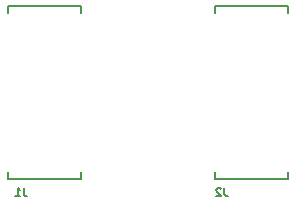
<source format=gbr>
G04 #@! TF.GenerationSoftware,KiCad,Pcbnew,5.0.2+dfsg1-1~bpo9+1*
G04 #@! TF.CreationDate,2019-10-17T14:06:53+02:00*
G04 #@! TF.ProjectId,zglue-dragon-adapter,7a676c75-652d-4647-9261-676f6e2d6164,rev?*
G04 #@! TF.SameCoordinates,Original*
G04 #@! TF.FileFunction,Legend,Bot*
G04 #@! TF.FilePolarity,Positive*
%FSLAX46Y46*%
G04 Gerber Fmt 4.6, Leading zero omitted, Abs format (unit mm)*
G04 Created by KiCad (PCBNEW 5.0.2+dfsg1-1~bpo9+1) date Thu 17 Oct 2019 02:06:53 PM CEST*
%MOMM*%
%LPD*%
G01*
G04 APERTURE LIST*
%ADD10C,0.150000*%
G04 APERTURE END LIST*
D10*
G04 #@! TO.C,J1*
X658600Y-17361380D02*
X6858600Y-17361380D01*
X6858600Y-17361380D02*
X6858600Y-16761380D01*
X658600Y-16761380D02*
X658600Y-17361380D01*
X653800Y-2673980D02*
X653800Y-3273980D01*
X6853800Y-2673980D02*
X653800Y-2673980D01*
X6853800Y-3273980D02*
X6853800Y-2673980D01*
G04 #@! TO.C,J2*
X18158600Y-17361380D02*
X24358600Y-17361380D01*
X24358600Y-17361380D02*
X24358600Y-16761380D01*
X18158600Y-16761380D02*
X18158600Y-17361380D01*
X18153800Y-2673980D02*
X18153800Y-3273980D01*
X24353800Y-2673980D02*
X18153800Y-2673980D01*
X24353800Y-3273980D02*
X24353800Y-2673980D01*
G04 #@! TO.C,J1*
X1983333Y-18116666D02*
X1983333Y-18616666D01*
X2016666Y-18716666D01*
X2083333Y-18783333D01*
X2183333Y-18816666D01*
X2250000Y-18816666D01*
X1283333Y-18816666D02*
X1683333Y-18816666D01*
X1483333Y-18816666D02*
X1483333Y-18116666D01*
X1550000Y-18216666D01*
X1616666Y-18283333D01*
X1683333Y-18316666D01*
G04 #@! TO.C,J2*
X18983333Y-18116666D02*
X18983333Y-18616666D01*
X19016666Y-18716666D01*
X19083333Y-18783333D01*
X19183333Y-18816666D01*
X19250000Y-18816666D01*
X18683333Y-18183333D02*
X18650000Y-18150000D01*
X18583333Y-18116666D01*
X18416666Y-18116666D01*
X18350000Y-18150000D01*
X18316666Y-18183333D01*
X18283333Y-18250000D01*
X18283333Y-18316666D01*
X18316666Y-18416666D01*
X18716666Y-18816666D01*
X18283333Y-18816666D01*
G04 #@! TD*
M02*

</source>
